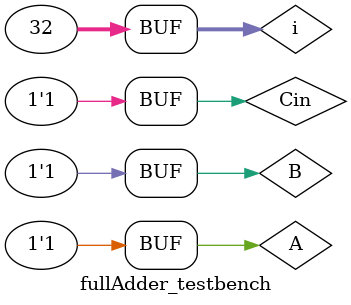
<source format=sv>
/* NAME					|	fullAdder.sv
	-------------------------------------------------------------------------------------------------
	DESCRIPTION       |  adds two values
 ---------------------------------------------------------------------------------------------------
	PARAMETERS			|	TYPE					|	DESCRIPTION					
 ---------------------------------------------------------------------------------------------------
	SUM		         |	OUTPUT 				|	The sum of A and B
	Cout					|	OUTPUT				|	Carry out
	A						|	INPUT 				| 	input a
	B						|	INPUT 				| 	input b
	Cin					|	INPUT					|	Carry in
	#################################################################################################
	AUTHOR            | Minhhue H Khuu && Vivi Chuang
	ASSIGNMENT			| Lab 2: Register File
	CLASS					| EE 471
	DATE					| 02/17/2015
	#################################################################################################
*/ 
module fullAdder(SUM, Cout, A, B, Cin);

	// ports
	input A, B, Cin;
	output Cout, SUM;
	
	// variables
	wire halfCarry, halfCarry2, halfSum;

	// two half adders
	halfAdder add1 (.SUM(halfSum), .CARRY(halfCarry) , .A(A)  , .B(B));
	halfAdder add2 (.SUM(SUM)    , .CARRY(halfCarry2), .A(Cin), .B(halfSum));
	
	or CARRYOUT (Cout, halfCarry, halfCarry2);
	
endmodule


// test
module fullAdder_testbench();
	reg A, B, Cin;
	wire SUM, Cout;

	fullAdder dut (.SUM, .Cout, .A, .B, .Cout);

	integer i;
	initial begin
		for(i=0; i<32; i++) begin
			{A, B, Cin} = i; #10;
		end
	end
endmodule 
</source>
